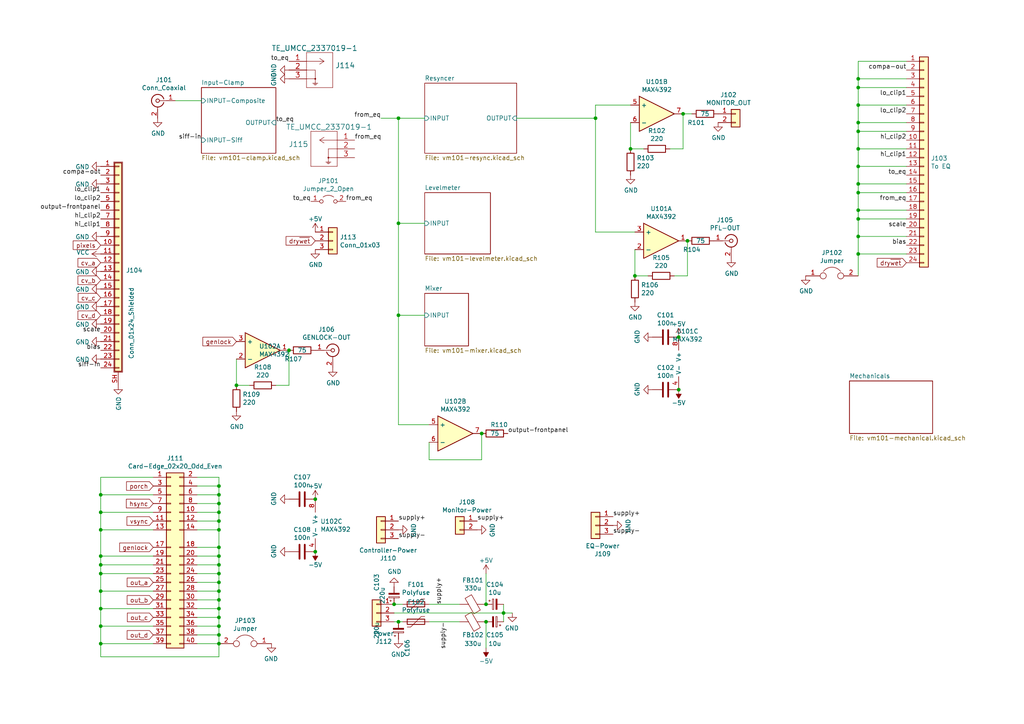
<source format=kicad_sch>
(kicad_sch (version 20231120) (generator "eeschema") (generator_version "8.0")
  (paper "A4")
  (title_block (title "vMIX20-Analog-Signal-Section") (date "2020-11-23") (company "[ a n y m a ]"))
  (lib_symbols
    (symbol "Connector:Conn_01x01_Female" (pin_names (offset 1.016) hide)
      (property "Reference" "J" (at 0 2.54 0))
      (property "Value" "Conn_01x01_Female" (at 0 -2.54 0))
      (symbol "Conn_01x01_Female_1_1"
        (pin passive line (at -5.08 0 0) (length 3.81) (name "Pin_1") (number "1"))
      )
    )
    (symbol "Connector:Conn_Coaxial" (pin_names (offset 1.016) hide)
      (property "Reference" "J" (at 0.254 3.048 0))
      (property "Value" "Conn_Coaxial" (at 2.921 0 90))
      (symbol "Conn_Coaxial_1_1"
        (pin passive line (at -5.08 0 0) (length 2.54) (name "In") (number "1"))
        (pin passive line (at 0 -5.08 90) (length 2.54) (name "Ext") (number "2"))
      )
    )
    (symbol "Connector_Generic:Conn_01x02" (pin_names (offset 1.016) hide)
      (property "Reference" "J" (at 0 2.54 0))
      (property "Value" "Conn_01x02" (at 0 -5.08 0))
      (symbol "Conn_01x02_1_1"
        (pin passive line (at -5.08 0 0) (length 3.81) (name "Pin_1") (number "1"))
        (pin passive line (at -5.08 -2.54 0) (length 3.81) (name "Pin_2") (number "2"))
      )
    )
    (symbol "Connector_Generic:Conn_01x03" (pin_names (offset 1.016) hide)
      (property "Reference" "J" (at 0 5.08 0))
      (property "Value" "Conn_01x03" (at 0 -5.08 0))
      (symbol "Conn_01x03_1_1"
        (pin passive line (at -5.08 2.54 0) (length 3.81) (name "Pin_1") (number "1"))
        (pin passive line (at -5.08 0 0) (length 3.81) (name "Pin_2") (number "2"))
        (pin passive line (at -5.08 -2.54 0) (length 3.81) (name "Pin_3") (number "3"))
      )
    )
    (symbol "Connector_Generic:Conn_01x24" (pin_names (offset 1.016) hide)
      (property "Reference" "J" (at 0 30.48 0))
      (property "Value" "Conn_01x24" (at 0 -33.02 0))
      (symbol "Conn_01x24_1_1"
        (pin passive line (at -5.08 27.94 0) (length 3.81) (name "Pin_1") (number "1"))
        (pin passive line (at -5.08 5.08 0) (length 3.81) (name "Pin_10") (number "10"))
        (pin passive line (at -5.08 2.54 0) (length 3.81) (name "Pin_11") (number "11"))
        (pin passive line (at -5.08 0 0) (length 3.81) (name "Pin_12") (number "12"))
        (pin passive line (at -5.08 -2.54 0) (length 3.81) (name "Pin_13") (number "13"))
        (pin passive line (at -5.08 -5.08 0) (length 3.81) (name "Pin_14") (number "14"))
        (pin passive line (at -5.08 -7.62 0) (length 3.81) (name "Pin_15") (number "15"))
        (pin passive line (at -5.08 -10.16 0) (length 3.81) (name "Pin_16") (number "16"))
        (pin passive line (at -5.08 -12.7 0) (length 3.81) (name "Pin_17") (number "17"))
        (pin passive line (at -5.08 -15.24 0) (length 3.81) (name "Pin_18") (number "18"))
        (pin passive line (at -5.08 -17.78 0) (length 3.81) (name "Pin_19") (number "19"))
        (pin passive line (at -5.08 25.4 0) (length 3.81) (name "Pin_2") (number "2"))
        (pin passive line (at -5.08 -20.32 0) (length 3.81) (name "Pin_20") (number "20"))
        (pin passive line (at -5.08 -22.86 0) (length 3.81) (name "Pin_21") (number "21"))
        (pin passive line (at -5.08 -25.4 0) (length 3.81) (name "Pin_22") (number "22"))
        (pin passive line (at -5.08 -27.94 0) (length 3.81) (name "Pin_23") (number "23"))
        (pin passive line (at -5.08 -30.48 0) (length 3.81) (name "Pin_24") (number "24"))
        (pin passive line (at -5.08 22.86 0) (length 3.81) (name "Pin_3") (number "3"))
        (pin passive line (at -5.08 20.32 0) (length 3.81) (name "Pin_4") (number "4"))
        (pin passive line (at -5.08 17.78 0) (length 3.81) (name "Pin_5") (number "5"))
        (pin passive line (at -5.08 15.24 0) (length 3.81) (name "Pin_6") (number "6"))
        (pin passive line (at -5.08 12.7 0) (length 3.81) (name "Pin_7") (number "7"))
        (pin passive line (at -5.08 10.16 0) (length 3.81) (name "Pin_8") (number "8"))
        (pin passive line (at -5.08 7.62 0) (length 3.81) (name "Pin_9") (number "9"))
      )
    )
    (symbol "Connector_Generic_Shielded:Conn_01x24_Shielded" (pin_names (offset 1.016) hide)
      (property "Reference" "J" (at 0.254 30.226 0))
      (property "Value" "Conn_01x24_Shielded" (at 1.016 -32.766 0))
      (symbol "Conn_01x24_Shielded_1_1"
        (pin passive line (at -5.08 27.94 0) (length 4.064) (name "Pin_1") (number "1"))
        (pin passive line (at -5.08 5.08 0) (length 4.064) (name "Pin_10") (number "10"))
        (pin passive line (at -5.08 2.54 0) (length 4.064) (name "Pin_11") (number "11"))
        (pin passive line (at -5.08 0 0) (length 4.064) (name "Pin_12") (number "12"))
        (pin passive line (at -5.08 -2.54 0) (length 4.064) (name "Pin_13") (number "13"))
        (pin passive line (at -5.08 -5.08 0) (length 4.064) (name "Pin_14") (number "14"))
        (pin passive line (at -5.08 -7.62 0) (length 4.064) (name "Pin_15") (number "15"))
        (pin passive line (at -5.08 -10.16 0) (length 4.064) (name "Pin_16") (number "16"))
        (pin passive line (at -5.08 -12.7 0) (length 4.064) (name "Pin_17") (number "17"))
        (pin passive line (at -5.08 -15.24 0) (length 4.064) (name "Pin_18") (number "18"))
        (pin passive line (at -5.08 -17.78 0) (length 4.064) (name "Pin_19") (number "19"))
        (pin passive line (at -5.08 25.4 0) (length 4.064) (name "Pin_2") (number "2"))
        (pin passive line (at -5.08 -20.32 0) (length 4.064) (name "Pin_20") (number "20"))
        (pin passive line (at -5.08 -22.86 0) (length 4.064) (name "Pin_21") (number "21"))
        (pin passive line (at -5.08 -25.4 0) (length 4.064) (name "Pin_22") (number "22"))
        (pin passive line (at -5.08 -27.94 0) (length 4.064) (name "Pin_23") (number "23"))
        (pin passive line (at -5.08 -30.48 0) (length 4.064) (name "Pin_24") (number "24"))
        (pin passive line (at -5.08 22.86 0) (length 4.064) (name "Pin_3") (number "3"))
        (pin passive line (at -5.08 20.32 0) (length 4.064) (name "Pin_4") (number "4"))
        (pin passive line (at -5.08 17.78 0) (length 4.064) (name "Pin_5") (number "5"))
        (pin passive line (at -5.08 15.24 0) (length 4.064) (name "Pin_6") (number "6"))
        (pin passive line (at -5.08 12.7 0) (length 4.064) (name "Pin_7") (number "7"))
        (pin passive line (at -5.08 10.16 0) (length 4.064) (name "Pin_8") (number "8"))
        (pin passive line (at -5.08 7.62 0) (length 4.064) (name "Pin_9") (number "9"))
        (pin passive line (at 0 -35.56 90) (length 3.81) (name "Shield") (number "SH"))
      )
    )
    (symbol "Device:C" (pin_numbers hide) (pin_names (offset 0.254))
      (property "Reference" "C" (at 0.635 2.54 0))
      (property "Value" "C" (at 0.635 -2.54 0))
      (symbol "C_1_1"
        (pin passive line (at 0 3.81 270) (length 2.794) (name "~") (number "1"))
        (pin passive line (at 0 -3.81 90) (length 2.794) (name "~") (number "2"))
      )
    )
    (symbol "Device:Jumper" (pin_names (offset 0.762) hide)
      (property "Reference" "JP" (at 0 3.81 0))
      (property "Value" "Device_Jumper" (at 0 -2.032 0))
      (symbol "Jumper_0_1"
        (pin passive line (at -7.62 0 0) (length 4.191) (name "1") (number "1"))
        (pin passive line (at 7.62 0 180) (length 4.191) (name "2") (number "2"))
      )
    )
    (symbol "Device:Polyfuse" (pin_numbers hide) (pin_names (offset 0))
      (property "Reference" "F" (at -2.54 0 90))
      (property "Value" "Polyfuse" (at 2.54 0 90))
      (symbol "Polyfuse_1_1"
        (pin passive line (at 0 3.81 270) (length 1.27) (name "~") (number "1"))
        (pin passive line (at 0 -3.81 90) (length 1.27) (name "~") (number "2"))
      )
    )
    (symbol "Jumper:Jumper_2_Open" (pin_names (offset 0) hide)
      (property "Reference" "JP" (at 0 2.794 0))
      (property "Value" "Jumper_2_Open" (at 0 -2.286 0))
      (symbol "Jumper_2_Open_1_1"
        (pin passive line (at -5.08 0 0) (length 2.54) (name "A") (number "1"))
        (pin passive line (at 5.08 0 180) (length 2.54) (name "B") (number "2"))
      )
    )
    (symbol "power:GND" (power) (pin_names (offset 0))
      (property "Value" "GND" (at 0 -3.81 0))
      (symbol "GND_1_1"
        (pin power_in line (at 0 0 270) (length 0) hide (name "GND") (number "1"))
      )
    )
    (symbol "power:VCC" (power) (pin_names (offset 0))
      (property "Value" "VCC" (at 0 3.81 0))
      (symbol "VCC_1_1"
        (pin power_in line (at 0 0 90) (length 0) hide (name "VCC") (number "1"))
      )
    )
    (symbol "synkie_symbols:+5V" (power) (pin_names (offset 0))
      (property "Value" "+5V" (at 0 3.556 0))
      (symbol "+5V_1_1"
        (pin power_in line (at 0 0 90) (length 0) hide (name "+5V") (number "1"))
      )
    )
    (symbol "synkie_symbols:-5V" (power) (pin_names (offset 0))
      (property "Value" "-5V" (at 0 3.81 0))
      (symbol "-5V_0_0"
        (pin power_in line (at 0 0 90) (length 0) hide (name "-5V") (number "1"))
      )
    )
    (symbol "synkie_symbols:CP_Small" (pin_numbers hide) (pin_names (offset 0.254) hide)
      (property "Reference" "C" (at 0.254 1.778 0))
      (property "Value" "CP_Small" (at 0.254 -2.032 0))
      (symbol "CP_Small_1_1"
        (pin passive line (at 0 2.54 270) (length 1.8542) (name "~") (number "1"))
        (pin passive line (at 0 -2.54 90) (length 1.8542) (name "~") (number "2"))
      )
    )
    (symbol "synkie_symbols:Card-Edge_02x20_Odd_Even" (pin_names (offset 1.016) hide)
      (property "Reference" "J" (at 1.27 25.4 0))
      (property "Value" "Card-Edge_02x20_Odd_Even" (at 1.27 -27.94 0))
      (symbol "Card-Edge_02x20_Odd_Even_1_1"
        (pin passive line (at -5.08 22.86 0) (length 3.81) (name "Pin_1") (number "1"))
        (pin passive line (at 7.62 12.7 180) (length 3.81) (name "Pin_10") (number "10"))
        (pin passive line (at -5.08 10.16 0) (length 3.81) (name "Pin_11") (number "11"))
        (pin passive line (at 7.62 10.16 180) (length 3.81) (name "Pin_12") (number "12"))
        (pin passive line (at -5.08 7.62 0) (length 3.81) (name "Pin_13") (number "13"))
        (pin passive line (at 7.62 7.62 180) (length 3.81) (name "Pin_14") (number "14"))
        (pin passive line (at -5.08 2.54 0) (length 3.81) (name "Pin_17") (number "17"))
        (pin passive line (at 7.62 2.54 180) (length 3.81) (name "Pin_18") (number "18"))
        (pin passive line (at -5.08 0 0) (length 3.81) (name "Pin_19") (number "19"))
        (pin passive line (at 7.62 22.86 180) (length 3.81) (name "Pin_2") (number "2"))
        (pin passive line (at 7.62 0 180) (length 3.81) (name "Pin_20") (number "20"))
        (pin passive line (at -5.08 -2.54 0) (length 3.81) (name "Pin_21") (number "21"))
        (pin passive line (at 7.62 -2.54 180) (length 3.81) (name "Pin_22") (number "22"))
        (pin passive line (at -5.08 -5.08 0) (length 3.81) (name "Pin_23") (number "23"))
        (pin passive line (at 7.62 -5.08 180) (length 3.81) (name "Pin_24") (number "24"))
        (pin passive line (at -5.08 -7.62 0) (length 3.81) (name "Pin_25") (number "25"))
        (pin passive line (at 7.62 -7.62 180) (length 3.81) (name "Pin_26") (number "26"))
        (pin passive line (at -5.08 -10.16 0) (length 3.81) (name "Pin_27") (number "27"))
        (pin passive line (at 7.62 -10.16 180) (length 3.81) (name "Pin_28") (number "28"))
        (pin passive line (at -5.08 -12.7 0) (length 3.81) (name "Pin_29") (number "29"))
        (pin passive line (at -5.08 20.32 0) (length 3.81) (name "Pin_3") (number "3"))
        (pin passive line (at 7.62 -12.7 180) (length 3.81) (name "Pin_30") (number "30"))
        (pin passive line (at -5.08 -15.24 0) (length 3.81) (name "Pin_31") (number "31"))
        (pin passive line (at 7.62 -15.24 180) (length 3.81) (name "Pin_32") (number "32"))
        (pin passive line (at -5.08 -17.78 0) (length 3.81) (name "Pin_33") (number "33"))
        (pin passive line (at 7.62 -17.78 180) (length 3.81) (name "Pin_34") (number "34"))
        (pin passive line (at -5.08 -20.32 0) (length 3.81) (name "Pin_35") (number "35"))
        (pin passive line (at 7.62 -20.32 180) (length 3.81) (name "Pin_36") (number "36"))
        (pin passive line (at -5.08 -22.86 0) (length 3.81) (name "Pin_37") (number "37"))
        (pin passive line (at 7.62 -22.86 180) (length 3.81) (name "Pin_38") (number "38"))
        (pin passive line (at -5.08 -25.4 0) (length 3.81) (name "Pin_39") (number "39"))
        (pin passive line (at 7.62 20.32 180) (length 3.81) (name "Pin_4") (number "4"))
        (pin passive line (at 7.62 -25.4 180) (length 3.81) (name "Pin_40") (number "40"))
        (pin passive line (at -5.08 17.78 0) (length 3.81) (name "Pin_5") (number "5"))
        (pin passive line (at 7.62 17.78 180) (length 3.81) (name "Pin_6") (number "6"))
        (pin passive line (at -5.08 15.24 0) (length 3.81) (name "Pin_7") (number "7"))
        (pin passive line (at 7.62 15.24 180) (length 3.81) (name "Pin_8") (number "8"))
        (pin passive line (at -5.08 12.7 0) (length 3.81) (name "Pin_9") (number "9"))
      )
    )
    (symbol "synkie_symbols:Conn_01x03" (pin_names (offset 1.016) hide)
      (property "Reference" "J" (at 0 5.08 0))
      (property "Value" "Conn_01x03" (at 0 -5.08 0))
      (symbol "Conn_01x03_1_1"
        (pin passive line (at -5.08 2.54 0) (length 3.81) (name "Pin_1") (number "1"))
        (pin passive line (at -5.08 0 0) (length 3.81) (name "Pin_2") (number "2"))
        (pin passive line (at -5.08 -2.54 0) (length 3.81) (name "Pin_3") (number "3"))
      )
    )
    (symbol "synkie_symbols:Ferrite_Bead" (pin_numbers hide) (pin_names (offset 0))
      (property "Reference" "FB" (at -3.81 0.635 90))
      (property "Value" "Ferrite_Bead" (at 3.81 0 90))
      (symbol "Ferrite_Bead_1_1"
        (pin passive line (at 0 3.81 270) (length 2.54) (name "~") (number "1"))
        (pin passive line (at 0 -3.81 90) (length 2.54) (name "~") (number "2"))
      )
    )
    (symbol "synkie_symbols:GND" (power) (pin_names (offset 0))
      (property "Value" "GND" (at 0 -3.81 0))
      (symbol "GND_1_1"
        (pin power_in line (at 0 0 270) (length 0) hide (name "GND") (number "1"))
      )
    )
    (symbol "synkie_symbols:MAX4392"
      (property "Reference" "U" (at 0 5.08 0))
      (property "Value" "MAX4392" (at 0 -5.08 0))
      (symbol "MAX4392_1_1"
        (pin output line (at 7.62 0 180) (length 2.54) (name "~") (number "1"))
        (pin input line (at -7.62 -2.54 0) (length 2.54) (name "-") (number "2"))
        (pin input line (at -7.62 2.54 0) (length 2.54) (name "+") (number "3"))
      )
      (symbol "MAX4392_2_1"
        (pin input line (at -7.62 2.54 0) (length 2.54) (name "+") (number "5"))
        (pin input line (at -7.62 -2.54 0) (length 2.54) (name "-") (number "6"))
        (pin output line (at 7.62 0 180) (length 2.54) (name "~") (number "7"))
      )
      (symbol "MAX4392_3_1"
        (pin power_in line (at -2.54 -7.62 90) (length 3.81) (name "V-") (number "4"))
        (pin power_in line (at -2.54 7.62 270) (length 3.81) (name "V+") (number "8"))
      )
    )
    (symbol "synkie_symbols:R" (pin_numbers hide) (pin_names (offset 0))
      (property "Reference" "R" (at 2.032 0 90))
      (property "Value" "R" (at 0 0 90))
      (symbol "R_1_1"
        (pin passive line (at 0 3.81 270) (length 1.27) (name "~") (number "1"))
        (pin passive line (at 0 -3.81 90) (length 1.27) (name "~") (number "2"))
      )
    )
    (symbol "vm101-inout-rescue:TE_UMCC_2337019-1-synkie_symbols" (pin_names (offset 0.254) hide)
      (property "Reference" "J" (at 8.89 6.35 0))
      (property "Value" "TE_UMCC_2337019-1-synkie_symbols" (at 10.16 -2.54 0))
      (symbol "TE_UMCC_2337019-1-synkie_symbols_1_1"
        (pin unspecified line (at 0 0 0) (length 5.08) (name "1") (number "1"))
        (pin unspecified line (at 0 -2.54 0) (length 5.08) (name "2") (number "2"))
        (pin unspecified line (at 0 -5.08 0) (length 5.08) (name "3") (number "3"))
      )
    )
  )
  (junction (at 63.5 153.67))
  (junction (at 63.5 173.99))
  (junction (at 248.92 22.86))
  (junction (at 63.5 163.83))
  (junction (at 68.58 111.76))
  (junction (at 29.21 186.69))
  (junction (at 63.5 179.07))
  (junction (at 63.5 186.69))
  (junction (at 29.21 171.45))
  (junction (at 114.3 175.26))
  (junction (at 63.5 146.05))
  (junction (at 115.57 64.77))
  (junction (at 199.39 69.85))
  (junction (at 29.21 176.53))
  (junction (at 29.21 163.83))
  (junction (at 248.92 60.96))
  (junction (at 182.88 43.18))
  (junction (at 63.5 148.59))
  (junction (at 63.5 140.97))
  (junction (at 63.5 181.61))
  (junction (at 140.97 180.34))
  (junction (at 91.44 160.02))
  (junction (at 140.97 175.26))
  (junction (at 29.21 166.37))
  (junction (at 63.5 151.13))
  (junction (at 63.5 171.45))
  (junction (at 248.92 43.18))
  (junction (at 196.85 97.79))
  (junction (at 248.92 48.26))
  (junction (at 248.92 63.5))
  (junction (at 248.92 53.34))
  (junction (at 29.21 143.51))
  (junction (at 83.82 101.6))
  (junction (at 139.7 125.73))
  (junction (at 115.57 91.44))
  (junction (at 248.92 30.48))
  (junction (at 172.72 34.29))
  (junction (at 198.12 33.02))
  (junction (at 63.5 158.75))
  (junction (at 29.21 181.61))
  (junction (at 63.5 166.37))
  (junction (at 248.92 35.56))
  (junction (at 63.5 184.15))
  (junction (at 196.85 113.03))
  (junction (at 63.5 143.51))
  (junction (at 29.21 161.29))
  (junction (at 29.21 153.67))
  (junction (at 63.5 176.53))
  (junction (at 184.15 80.01))
  (junction (at 29.21 148.59))
  (junction (at 63.5 168.91))
  (junction (at 248.92 25.4))
  (junction (at 248.92 55.88))
  (junction (at 248.92 38.1))
  (junction (at 115.57 180.34))
  (junction (at 248.92 73.66))
  (junction (at 63.5 161.29))
  (junction (at 146.05 177.8))
  (junction (at 91.44 144.78))
  (junction (at 248.92 68.58))
  (junction (at 115.57 34.29))
  (wire (pts (xy 115.57 180.34) (xy 116.84 180.34)))
  (wire (pts (xy 72.39 111.76) (xy 68.58 111.76)))
  (wire (pts (xy 248.92 48.26) (xy 248.92 53.34)))
  (wire (pts (xy 44.45 143.51) (xy 29.21 143.51)))
  (wire (pts (xy 139.7 133.35) (xy 139.7 125.73)))
  (wire (pts (xy 68.58 104.14) (xy 68.58 111.76)))
  (wire (pts (xy 248.92 30.48) (xy 248.92 35.56)))
  (wire (pts (xy 133.35 175.26) (xy 124.46 175.26)))
  (wire (pts (xy 115.57 34.29) (xy 123.19 34.29)))
  (wire (pts (xy 63.5 163.83) (xy 63.5 166.37)))
  (wire (pts (xy 44.45 171.45) (xy 29.21 171.45)))
  (wire (pts (xy 57.15 168.91) (xy 63.5 168.91)))
  (wire (pts (xy 114.3 177.8) (xy 146.05 177.8)))
  (wire (pts (xy 262.89 55.88) (xy 248.92 55.88)))
  (wire (pts (xy 63.5 190.5) (xy 63.5 186.69)))
  (wire (pts (xy 172.72 30.48) (xy 172.72 34.29)))
  (wire (pts (xy 182.88 35.56) (xy 182.88 43.18)))
  (wire (pts (xy 124.46 133.35) (xy 139.7 133.35)))
  (wire (pts (xy 248.92 68.58) (xy 248.92 73.66)))
  (wire (pts (xy 44.45 148.59) (xy 29.21 148.59)))
  (wire (pts (xy 198.12 43.18) (xy 198.12 33.02)))
  (wire (pts (xy 248.92 38.1) (xy 248.92 43.18)))
  (wire (pts (xy 63.5 166.37) (xy 63.5 168.91)))
  (wire (pts (xy 29.21 138.43) (xy 29.21 143.51)))
  (wire (pts (xy 50.8 29.21) (xy 58.42 29.21)))
  (wire (pts (xy 200.66 33.02) (xy 198.12 33.02)))
  (wire (pts (xy 248.92 25.4) (xy 248.92 30.48)))
  (wire (pts (xy 57.15 138.43) (xy 63.5 138.43)))
  (wire (pts (xy 57.15 143.51) (xy 63.5 143.51)))
  (wire (pts (xy 63.5 171.45) (xy 63.5 173.99)))
  (wire (pts (xy 57.15 184.15) (xy 63.5 184.15)))
  (wire (pts (xy 44.45 161.29) (xy 29.21 161.29)))
  (wire (pts (xy 186.69 43.18) (xy 182.88 43.18)))
  (wire (pts (xy -375.92 -246.38) (xy -337.82 -246.38)))
  (wire (pts (xy 44.45 176.53) (xy 29.21 176.53)))
  (wire (pts (xy 63.5 186.69) (xy 57.15 186.69)))
  (wire (pts (xy 146.05 175.26) (xy 146.05 177.8)))
  (wire (pts (xy 57.15 140.97) (xy 63.5 140.97)))
  (wire (pts (xy 115.57 64.77) (xy 115.57 34.29)))
  (wire (pts (xy 29.21 163.83) (xy 29.21 166.37)))
  (wire (pts (xy 262.89 48.26) (xy 248.92 48.26)))
  (wire (pts (xy 248.92 22.86) (xy 248.92 25.4)))
  (wire (pts (xy 44.45 186.69) (xy 29.21 186.69)))
  (wire (pts (xy 110.49 34.29) (xy 115.57 34.29)))
  (wire (pts (xy 44.45 166.37) (xy 29.21 166.37)))
  (wire (pts (xy 123.19 91.44) (xy 115.57 91.44)))
  (wire (pts (xy 114.3 175.26) (xy 116.84 175.26)))
  (wire (pts (xy 57.15 158.75) (xy 63.5 158.75)))
  (wire (pts (xy 57.15 148.59) (xy 63.5 148.59)))
  (wire (pts (xy 124.46 180.34) (xy 133.35 180.34)))
  (wire (pts (xy 248.92 35.56) (xy 248.92 38.1)))
  (wire (pts (xy 63.5 148.59) (xy 63.5 151.13)))
  (wire (pts (xy 184.15 72.39) (xy 184.15 80.01)))
  (wire (pts (xy 194.31 43.18) (xy 198.12 43.18)))
  (wire (pts (xy 182.88 30.48) (xy 172.72 30.48)))
  (wire (pts (xy 248.92 43.18) (xy 248.92 48.26)))
  (wire (pts (xy 140.97 187.96) (xy 140.97 180.34)))
  (wire (pts (xy 124.46 128.27) (xy 124.46 133.35)))
  (wire (pts (xy 115.57 91.44) (xy 115.57 123.19)))
  (wire (pts (xy 63.5 153.67) (xy 63.5 158.75)))
  (wire (pts (xy 195.58 80.01) (xy 199.39 80.01)))
  (wire (pts (xy 63.5 181.61) (xy 63.5 184.15)))
  (wire (pts (xy 29.21 186.69) (xy 29.21 190.5)))
  (wire (pts (xy 57.15 176.53) (xy 63.5 176.53)))
  (wire (pts (xy 29.21 148.59) (xy 29.21 153.67)))
  (wire (pts (xy 44.45 181.61) (xy 29.21 181.61)))
  (wire (pts (xy 57.15 166.37) (xy 63.5 166.37)))
  (wire (pts (xy 262.89 22.86) (xy 248.92 22.86)))
  (wire (pts (xy 63.5 161.29) (xy 63.5 163.83)))
  (wire (pts (xy 29.21 153.67) (xy 29.21 161.29)))
  (wire (pts (xy 149.86 34.29) (xy 172.72 34.29)))
  (wire (pts (xy 44.45 138.43) (xy 29.21 138.43)))
  (wire (pts (xy 248.92 55.88) (xy 248.92 60.96)))
  (wire (pts (xy 29.21 181.61) (xy 29.21 186.69)))
  (wire (pts (xy 172.72 34.29) (xy 172.72 67.31)))
  (wire (pts (xy 63.5 158.75) (xy 63.5 161.29)))
  (wire (pts (xy 29.21 161.29) (xy 29.21 163.83)))
  (wire (pts (xy 248.92 53.34) (xy 248.92 55.88)))
  (wire (pts (xy 262.89 38.1) (xy 248.92 38.1)))
  (wire (pts (xy 63.5 179.07) (xy 63.5 181.61)))
  (wire (pts (xy 172.72 67.31) (xy 184.15 67.31)))
  (wire (pts (xy 44.45 163.83) (xy 29.21 163.83)))
  (wire (pts (xy 199.39 80.01) (xy 199.39 69.85)))
  (wire (pts (xy 29.21 176.53) (xy 29.21 181.61)))
  (wire (pts (xy 57.15 179.07) (xy 63.5 179.07)))
  (wire (pts (xy 114.3 180.34) (xy 115.57 180.34)))
  (wire (pts (xy 63.5 168.91) (xy 63.5 171.45)))
  (wire (pts (xy 248.92 73.66) (xy 248.92 80.01)))
  (wire (pts (xy 29.21 143.51) (xy 29.21 148.59)))
  (wire (pts (xy 262.89 25.4) (xy 248.92 25.4)))
  (wire (pts (xy 80.01 111.76) (xy 83.82 111.76)))
  (wire (pts (xy 124.46 123.19) (xy 115.57 123.19)))
  (wire (pts (xy 262.89 30.48) (xy 248.92 30.48)))
  (wire (pts (xy 63.5 184.15) (xy 63.5 186.69)))
  (wire (pts (xy 63.5 140.97) (xy 63.5 143.51)))
  (wire (pts (xy 262.89 63.5) (xy 248.92 63.5)))
  (wire (pts (xy 44.45 153.67) (xy 29.21 153.67)))
  (wire (pts (xy 83.82 111.76) (xy 83.82 101.6)))
  (wire (pts (xy 262.89 60.96) (xy 248.92 60.96)))
  (wire (pts (xy 29.21 171.45) (xy 29.21 176.53)))
  (wire (pts (xy 146.05 177.8) (xy 146.05 180.34)))
  (wire (pts (xy 63.5 146.05) (xy 63.5 148.59)))
  (wire (pts (xy 140.97 166.37) (xy 140.97 175.26)))
  (wire (pts (xy 29.21 190.5) (xy 63.5 190.5)))
  (wire (pts (xy 63.5 176.53) (xy 63.5 179.07)))
  (wire (pts (xy 57.15 146.05) (xy 63.5 146.05)))
  (wire (pts (xy 63.5 138.43) (xy 63.5 140.97)))
  (wire (pts (xy 63.5 143.51) (xy 63.5 146.05)))
  (wire (pts (xy 57.15 173.99) (xy 63.5 173.99)))
  (wire (pts (xy 57.15 181.61) (xy 63.5 181.61)))
  (wire (pts (xy 262.89 35.56) (xy 248.92 35.56)))
  (wire (pts (xy 123.19 64.77) (xy 115.57 64.77)))
  (wire (pts (xy 262.89 17.78) (xy 248.92 17.78)))
  (wire (pts (xy 63.5 151.13) (xy 63.5 153.67)))
  (wire (pts (xy 57.15 151.13) (xy 63.5 151.13)))
  (wire (pts (xy 248.92 60.96) (xy 248.92 63.5)))
  (wire (pts (xy 262.89 43.18) (xy 248.92 43.18)))
  (wire (pts (xy 262.89 53.34) (xy 248.92 53.34)))
  (wire (pts (xy 57.15 171.45) (xy 63.5 171.45)))
  (wire (pts (xy 262.89 73.66) (xy 248.92 73.66)))
  (wire (pts (xy -375.92 139.7) (xy -375.92 -246.38)))
  (wire (pts (xy 29.21 166.37) (xy 29.21 171.45)))
  (wire (pts (xy 248.92 63.5) (xy 248.92 68.58)))
  (wire (pts (xy 146.05 177.8) (xy 148.59 177.8)))
  (wire (pts (xy 57.15 161.29) (xy 63.5 161.29)))
  (wire (pts (xy 57.15 153.67) (xy 63.5 153.67)))
  (wire (pts (xy 63.5 173.99) (xy 63.5 176.53)))
  (wire (pts (xy 187.96 80.01) (xy 184.15 80.01)))
  (wire (pts (xy 248.92 17.78) (xy 248.92 22.86)))
  (wire (pts (xy 262.89 68.58) (xy 248.92 68.58)))
  (wire (pts (xy 115.57 64.77) (xy 115.57 91.44)))
  (wire (pts (xy 57.15 163.83) (xy 63.5 163.83)))
  (label "compa-out" (at 29.21 50.8 180))
  (label "hi_clip2" (at 29.21 63.5 180))
  (label "lo_clip1" (at 262.89 27.94 180))
  (label "hi_clip2" (at 262.89 40.64 180))
  (label "from_eq" (at 110.49 34.29 180))
  (label "supply-" (at 177.8 154.94 0))
  (label "from_eq" (at 100.33 58.42 0))
  (label "scale" (at 262.89 66.04 180))
  (label "lo_clip2" (at 29.21 58.42 180))
  (label "compa-out" (at 262.89 20.32 180))
  (label "supply+" (at 138.43 151.13 0))
  (label "lo_clip2" (at 262.89 33.02 180))
  (label "to_eq" (at 90.17 58.42 180))
  (label "output-frontpanel" (at 29.21 60.96 180))
  (label "hi_clip1" (at 29.21 66.04 180))
  (label "to_eq" (at 262.89 50.8 180))
  (label "to_eq" (at 80.01 35.56 0))
  (label "supply+" (at 177.8 149.86 0))
  (label "bias" (at 29.21 101.6 180))
  (label "from_eq" (at 262.89 58.42 180))
  (label "supply-" (at 115.57 156.21 0))
  (label "supply+" (at 115.57 151.13 0))
  (label "from_eq" (at 102.87 40.64 0))
  (label "lo_clip1" (at 29.21 55.88 180))
  (label "scale" (at 29.21 96.52 180))
  (label "supply-" (at 129.54 180.34 270))
  (label "bias" (at 262.89 71.12 180))
  (label "output-frontpanel" (at 147.32 125.73 0))
  (label "supply+" (at 128.27 175.26 90))
  (label "siff-in" (at 58.42 40.64 180))
  (label "siff-in" (at 29.21 106.68 180))
  (label "hi_clip1" (at 262.89 45.72 180))
  (label "to_eq" (at 83.82 17.78 180))
  (global_label "cv_d" (shape input) (at 29.21 91.44 180) (property "Intersheetrefs" "${INTERSHEET_REFS}" (effects (hide yes))))
  (global_label "dry~{wet}" (shape input) (at 91.44 69.85 180) (property "Intersheetrefs" "${INTERSHEET_REFS}" (effects (hide yes))))
  (global_label "cv_b" (shape input) (at 29.21 81.28 180) (property "Intersheetrefs" "${INTERSHEET_REFS}" (effects (hide yes))))
  (global_label "out_a" (shape input) (at 44.45 168.91 180) (property "Intersheetrefs" "${INTERSHEET_REFS}" (effects (hide yes))))
  (global_label "genlock" (shape input) (at 68.58 99.06 180) (property "Intersheetrefs" "${INTERSHEET_REFS}" (effects (hide yes))))
  (global_label "out_c" (shape input) (at 44.45 179.07 180) (property "Intersheetrefs" "${INTERSHEET_REFS}" (effects (hide yes))))
  (global_label "genlock" (shape input) (at 44.45 158.75 180) (property "Intersheetrefs" "${INTERSHEET_REFS}" (effects (hide yes))))
  (global_label "hsync" (shape input) (at 44.45 146.05 180) (property "Intersheetrefs" "${INTERSHEET_REFS}" (effects (hide yes))))
  (global_label "pixels" (shape input) (at 29.21 71.12 180) (property "Intersheetrefs" "${INTERSHEET_REFS}" (effects (hide yes))))
  (global_label "out_b" (shape input) (at 44.45 173.99 180) (property "Intersheetrefs" "${INTERSHEET_REFS}" (effects (hide yes))))
  (global_label "vsync" (shape input) (at 44.45 151.13 180) (property "Intersheetrefs" "${INTERSHEET_REFS}" (effects (hide yes))))
  (global_label "porch" (shape input) (at 44.45 140.97 180) (property "Intersheetrefs" "${INTERSHEET_REFS}" (effects (hide yes))))
  (global_label "cv_c" (shape input) (at 29.21 86.36 180) (property "Intersheetrefs" "${INTERSHEET_REFS}" (effects (hide yes))))
  (global_label "cv_a" (shape input) (at 29.21 76.2 180) (property "Intersheetrefs" "${INTERSHEET_REFS}" (effects (hide yes))))
  (global_label "dry~{wet}" (shape input) (at 262.89 76.2 180) (property "Intersheetrefs" "${INTERSHEET_REFS}" (effects (hide yes))))
  (global_label "out_d" (shape input) (at 44.45 184.15 180) (property "Intersheetrefs" "${INTERSHEET_REFS}" (effects (hide yes))))
  (symbol (lib_id "synkie_symbols:Conn_01x03") (at 109.22 177.8 0) (mirror y) (unit 1)
    (property "Reference" "J112" (at 111.3028 186.055 0))
    (property "Value" "Power" (at 111.3028 183.7436 0))
    (property "Footprint" "synkie_footprints:Molex_KK-254_AE-6410-03A_1x03_P2.54mm_Vertical" (effects (hide yes)))
  )
  (symbol (lib_id "synkie_symbols:CP_Small") (at 143.51 175.26 90) (mirror x) (unit 1)
    (property "Reference" "C104" (at 143.51 169.545 90))
    (property "Value" "10u" (at 143.51 171.8564 90))
    (property "Footprint" "synkie_footprints:CP_EIA-3528-21_Kemet-B_Pad1.50x2.35mm_HandSolder" (effects (hide yes)))
  )
  (symbol (lib_id "synkie_symbols:Ferrite_Bead") (at 137.16 175.26 90) (mirror x) (unit 1)
    (property "Reference" "FB101" (at 137.16 168.3004 90))
    (property "Value" "330u" (at 137.16 170.6118 90))
    (property "Footprint" "synkie_footprints:L_0805_2012Metric_Pad1.15x1.40mm_HandSolder" (effects (hide yes)))
  )
  (symbol (lib_id "synkie_symbols:Ferrite_Bead") (at 137.16 180.34 90) (mirror x) (unit 1)
    (property "Reference" "FB102" (at 137.16 184.15 90))
    (property "Value" "330u" (at 137.16 186.69 90))
    (property "Footprint" "synkie_footprints:L_0805_2012Metric_Pad1.15x1.40mm_HandSolder" (effects (hide yes)))
  )
  (symbol (lib_id "synkie_symbols:CP_Small") (at 143.51 180.34 270) (mirror x) (unit 1)
    (property "Reference" "C105" (at 143.51 184.15 90))
    (property "Value" "10u" (at 143.51 186.69 90))
    (property "Footprint" "synkie_footprints:CP_EIA-3528-21_Kemet-B_Pad1.50x2.35mm_HandSolder" (effects (hide yes)))
  )
  (symbol (lib_id "synkie_symbols:GND") (at 148.59 177.8 0) (mirror y) (unit 1)
    (property "Reference" "#PWR0139" (effects (hide yes)))
    (property "Value" "GND" (at 148.463 182.1942 0))
  )
  (symbol (lib_id "synkie_symbols:-5V") (at 140.97 187.96 0) (mirror x) (unit 1)
    (property "Reference" "#PWR0142" (effects (hide yes)))
    (property "Value" "-5V" (at 140.97 191.77 0))
  )
  (symbol (lib_id "Connector:Conn_01x01_Female") (at 514.35 110.49 0) (unit 1)
    (property "Reference" "J107" (at 515.0612 109.8296 0) (effects (justify left)))
    (property "Value" "gnd" (at 515.0612 112.141 0) (effects (justify left)))
    (property "Footprint" "synkie_footprints:Solderpad_1mm" (effects (hide yes)))
  )
  (symbol (lib_id "synkie_symbols:GND") (at 509.27 110.49 0) (unit 1)
    (property "Reference" "#PWR0130" (effects (hide yes)))
    (property "Value" "GND" (at 509.397 114.8842 0))
  )
  (symbol (lib_id "synkie_symbols:MAX4392") (at 199.39 105.41 0) (unit 3)
    (property "Reference" "U101" (at 199.39 96.0882 0))
    (property "Value" "MAX4392" (at 199.39 98.3996 0))
    (property "Footprint" "synkie_footprints:SOIC-8_3.9x4.9mm_P1.27mm" (effects (hide yes)))
  )
  (symbol (lib_id "synkie_symbols:MAX4392") (at 132.08 125.73 0) (unit 2)
    (property "Reference" "U102" (at 132.08 116.4082 0))
    (property "Value" "MAX4392" (at 132.08 118.7196 0))
    (property "Footprint" "synkie_footprints:SOIC-8_3.9x4.9mm_P1.27mm" (effects (hide yes)))
  )
  (symbol (lib_id "synkie_symbols:MAX4392") (at 76.2 101.6 0) (unit 1)
    (property "Reference" "U102" (at 75.1332 100.4316 0) (effects (justify left)))
    (property "Value" "MAX4392" (at 75.1332 102.743 0) (effects (justify left)))
    (property "Footprint" "synkie_footprints:SOIC-8_3.9x4.9mm_P1.27mm" (effects (hide yes)))
  )
  (symbol (lib_id "synkie_symbols:-5V") (at 196.85 113.03 0) (mirror x) (unit 1)
    (property "Reference" "#PWR0132" (effects (hide yes)))
    (property "Value" "-5V" (at 196.85 116.84 0))
  )
  (symbol (lib_id "synkie_symbols:+5V") (at 196.85 97.79 0) (mirror y) (unit 1)
    (property "Reference" "#PWR0127" (effects (hide yes)))
    (property "Value" "+5V" (at 196.85 93.98 0))
  )
  (symbol (lib_id "Device:C") (at 193.04 97.79 90) (unit 1)
    (property "Reference" "C101" (at 193.04 91.3892 90))
    (property "Value" "100n" (at 193.04 93.7006 90))
    (property "Footprint" "synkie_footprints:C_0603_1608Metric_Pad1.05x0.95mm_HandSolder" (effects (hide yes)))
  )
  (symbol (lib_id "Device:C") (at 193.04 113.03 90) (unit 1)
    (property "Reference" "C102" (at 193.04 106.6292 90))
    (property "Value" "100n" (at 193.04 108.9406 90))
    (property "Footprint" "synkie_footprints:C_0603_1608Metric_Pad1.05x0.95mm_HandSolder" (effects (hide yes)))
  )
  (symbol (lib_id "power:GND") (at 29.21 48.26 270) (unit 1)
    (property "Reference" "#PWR0101" (effects (hide yes)))
    (property "Value" "GND" (at 25.9588 48.387 90) (effects (justify right)))
  )
  (symbol (lib_id "power:GND") (at 29.21 53.34 270) (unit 1)
    (property "Reference" "#PWR0102" (effects (hide yes)))
    (property "Value" "GND" (at 25.9588 53.467 90) (effects (justify right)))
  )
  (symbol (lib_id "synkie_symbols:GND") (at 189.23 97.79 270) (mirror x) (unit 1)
    (property "Reference" "#PWR0126" (effects (hide yes)))
    (property "Value" "GND" (at 184.8358 97.663 0))
  )
  (symbol (lib_id "synkie_symbols:GND") (at 189.23 113.03 270) (mirror x) (unit 1)
    (property "Reference" "#PWR0131" (effects (hide yes)))
    (property "Value" "GND" (at 184.8358 112.903 0))
  )
  (symbol (lib_id "power:GND") (at 29.21 99.06 270) (unit 1)
    (property "Reference" "#PWR0121" (effects (hide yes)))
    (property "Value" "GND" (at 25.9588 99.187 90) (effects (justify right)))
  )
  (symbol (lib_id "Connector_Generic:Conn_01x24") (at 267.97 45.72 0) (unit 1)
    (property "Reference" "J103" (at 270.002 45.9232 0) (effects (justify left)))
    (property "Value" "To EQ" (at 270.002 48.2346 0) (effects (justify left)))
    (property "Footprint" "Connector_FFC-FPC:Hirose_FH12-24S-0.5SH_1x24-1MP_P0.50mm_Horizontal" (effects (hide yes)))
  )
  (symbol (lib_id "synkie_symbols:Card-Edge_02x20_Odd_Even") (at 49.53 161.29 0) (unit 1)
    (property "Reference" "J111" (at 50.8 132.9182 0))
    (property "Value" "Card-Edge_02x20_Odd_Even" (at 50.8 135.2296 0))
    (property "Footprint" "Connector_PCBEdge:Samtec_MECF-20-0_-L-DV_2x20_P1.27mm_Polarized_Edge" (effects (hide yes)))
  )
  (symbol (lib_id "power:GND") (at 29.21 68.58 270) (unit 1)
    (property "Reference" "#PWR0108" (effects (hide yes)))
    (property "Value" "GND" (at 25.9588 68.707 90) (effects (justify right)))
  )
  (symbol (lib_id "power:VCC") (at 29.21 73.66 90) (unit 1)
    (property "Reference" "#PWR0110" (effects (hide yes)))
    (property "Value" "VCC" (at 25.9842 73.2028 90) (effects (justify left)))
  )
  (symbol (lib_id "power:GND") (at 29.21 78.74 270) (unit 1)
    (property "Reference" "#PWR0114" (effects (hide yes)))
    (property "Value" "GND" (at 25.9588 78.867 90) (effects (justify right)))
  )
  (symbol (lib_id "power:GND") (at 29.21 83.82 270) (unit 1)
    (property "Reference" "#PWR0115" (effects (hide yes)))
    (property "Value" "GND" (at 25.9588 83.947 90) (effects (justify right)))
  )
  (symbol (lib_id "power:GND") (at 29.21 88.9 270) (unit 1)
    (property "Reference" "#PWR0116" (effects (hide yes)))
    (property "Value" "GND" (at 25.9588 89.027 90) (effects (justify right)))
  )
  (symbol (lib_id "power:GND") (at 29.21 104.14 270) (unit 1)
    (property "Reference" "#PWR0123" (effects (hide yes)))
    (property "Value" "GND" (at 25.9588 104.267 90) (effects (justify right)))
  )
  (symbol (lib_id "power:GND") (at 29.21 93.98 270) (unit 1)
    (property "Reference" "#PWR0118" (effects (hide yes)))
    (property "Value" "GND" (at 25.9588 94.107 90) (effects (justify right)))
  )
  (symbol (lib_id "power:GND") (at 34.29 111.76 0) (unit 1)
    (property "Reference" "#PWR0128" (effects (hide yes)))
    (property "Value" "GND" (at 34.417 115.0112 90) (effects (justify right)))
  )
  (symbol (lib_id "synkie_symbols:R") (at 190.5 43.18 270) (unit 1)
    (property "Reference" "R102" (at 190.5 37.9222 90))
    (property "Value" "220" (at 190.5 40.2336 90))
    (property "Footprint" "synkie_footprints:R_0805_2012Metric_Pad1.15x1.40mm_HandSolder" (effects (hide yes)))
  )
  (symbol (lib_id "synkie_symbols:R") (at 182.88 46.99 180) (unit 1)
    (property "Reference" "R103" (at 184.658 45.8216 0) (effects (justify right)))
    (property "Value" "220" (at 184.658 48.133 0) (effects (justify right)))
    (property "Footprint" "synkie_footprints:R_0805_2012Metric_Pad1.15x1.40mm_HandSolder" (effects (hide yes)))
  )
  (symbol (lib_id "synkie_symbols:GND") (at 182.88 50.8 0) (unit 1)
    (property "Reference" "#PWR0111" (effects (hide yes)))
    (property "Value" "GND" (at 183.007 55.1942 0))
  )
  (symbol (lib_id "synkie_symbols:MAX4392") (at 191.77 69.85 0) (unit 1)
    (property "Reference" "U101" (at 191.77 60.5282 0))
    (property "Value" "MAX4392" (at 191.77 62.8396 0))
    (property "Footprint" "synkie_footprints:SOIC-8_3.9x4.9mm_P1.27mm" (effects (hide yes)))
  )
  (symbol (lib_id "synkie_symbols:MAX4392") (at 190.5 33.02 0) (unit 2)
    (property "Reference" "U101" (at 190.5 23.6982 0))
    (property "Value" "MAX4392" (at 190.5 26.0096 0))
    (property "Footprint" "synkie_footprints:SOIC-8_3.9x4.9mm_P1.27mm" (effects (hide yes)))
  )
  (symbol (lib_id "Connector:Conn_Coaxial") (at 212.09 69.85 0) (unit 1)
    (property "Reference" "J105" (at 210.2612 63.8048 0))
    (property "Value" "PFL-OUT" (at 210.2612 66.1162 0))
    (property "Footprint" "Connector_Coaxial:BNC_Amphenol_B6252HB-NPP3G-50_Horizontal" (effects (hide yes)))
    (property "Datasheet" " ~" (effects (hide yes)))
  )
  (symbol (lib_id "synkie_symbols:R") (at 203.2 69.85 90) (unit 1)
    (property "Reference" "R104" (at 200.66 72.39 90))
    (property "Value" "75" (at 203.2 69.85 90))
    (property "Footprint" "synkie_footprints:R_0805_2012Metric_Pad1.15x1.40mm_HandSolder" (effects (hide yes)))
  )
  (symbol (lib_id "synkie_symbols:+5V") (at 140.97 166.37 0) (mirror y) (unit 1)
    (property "Reference" "#PWR0137" (effects (hide yes)))
    (property "Value" "+5V" (at 140.97 162.56 0))
  )
  (symbol (lib_id "synkie_symbols:R") (at 191.77 80.01 270) (unit 1)
    (property "Reference" "R105" (at 191.77 74.7522 90))
    (property "Value" "220" (at 191.77 77.0636 90))
    (property "Footprint" "synkie_footprints:R_0805_2012Metric_Pad1.15x1.40mm_HandSolder" (effects (hide yes)))
  )
  (symbol (lib_id "synkie_symbols:R") (at 184.15 83.82 180) (unit 1)
    (property "Reference" "R106" (at 185.928 82.6516 0) (effects (justify right)))
    (property "Value" "220" (at 185.928 84.963 0) (effects (justify right)))
    (property "Footprint" "synkie_footprints:R_0805_2012Metric_Pad1.15x1.40mm_HandSolder" (effects (hide yes)))
  )
  (symbol (lib_id "synkie_symbols:GND") (at 184.15 87.63 0) (unit 1)
    (property "Reference" "#PWR0122" (effects (hide yes)))
    (property "Value" "GND" (at 184.277 92.0242 0))
  )
  (symbol (lib_id "synkie_symbols:GND") (at 212.09 74.93 0) (unit 1)
    (property "Reference" "#PWR0117" (effects (hide yes)))
    (property "Value" "GND" (at 212.217 79.3242 0))
  )
  (symbol (lib_id "Connector:Conn_Coaxial") (at 45.72 29.21 0) (mirror y) (unit 1)
    (property "Reference" "J101" (at 47.5488 23.1648 0))
    (property "Value" "Conn_Coaxial" (at 47.5488 25.4762 0))
    (property "Footprint" "Connector_Coaxial:BNC_Amphenol_B6252HB-NPP3G-50_Horizontal" (effects (hide yes)))
    (property "Datasheet" " ~" (effects (hide yes)))
  )
  (symbol (lib_id "synkie_symbols:MAX4392") (at 93.98 152.4 0) (unit 3)
    (property "Reference" "U102" (at 92.9132 151.2316 0) (effects (justify left)))
    (property "Value" "MAX4392" (at 92.9132 153.543 0) (effects (justify left)))
    (property "Footprint" "synkie_footprints:SOIC-8_3.9x4.9mm_P1.27mm" (effects (hide yes)))
  )
  (symbol (lib_id "synkie_symbols:GND") (at 78.74 186.69 0) (mirror y) (unit 1)
    (property "Reference" "#PWR0141" (effects (hide yes)))
    (property "Value" "GND" (at 78.613 191.0842 0))
  )
  (symbol (lib_id "Device:Jumper") (at 71.12 186.69 0) (mirror y) (unit 1)
    (property "Reference" "JP103" (at 71.12 179.9844 0))
    (property "Value" "Jumper" (at 71.12 182.2958 0))
    (property "Footprint" "Jumper:SolderJumper-2_P1.3mm_Open_TrianglePad1.0x1.5mm" (effects (hide yes)))
  )
  (symbol (lib_id "synkie_symbols:-5V") (at 91.44 160.02 0) (mirror x) (unit 1)
    (property "Reference" "#PWR0148" (effects (hide yes)))
    (property "Value" "-5V" (at 91.44 163.83 0))
  )
  (symbol (lib_id "synkie_symbols:+5V") (at 91.44 144.78 0) (mirror y) (unit 1)
    (property "Reference" "#PWR0149" (effects (hide yes)))
    (property "Value" "+5V" (at 91.44 140.97 0))
  )
  (symbol (lib_id "Device:C") (at 87.63 144.78 90) (unit 1)
    (property "Reference" "C107" (at 87.63 138.3792 90))
    (property "Value" "100n" (at 87.63 140.6906 90))
    (property "Footprint" "synkie_footprints:C_0603_1608Metric_Pad1.05x0.95mm_HandSolder" (effects (hide yes)))
  )
  (symbol (lib_id "Device:C") (at 87.63 160.02 90) (unit 1)
    (property "Reference" "C108" (at 87.63 153.6192 90))
    (property "Value" "100n" (at 87.63 155.9306 90))
    (property "Footprint" "synkie_footprints:C_0603_1608Metric_Pad1.05x0.95mm_HandSolder" (effects (hide yes)))
  )
  (symbol (lib_id "synkie_symbols:GND") (at 83.82 144.78 270) (mirror x) (unit 1)
    (property "Reference" "#PWR0150" (effects (hide yes)))
    (property "Value" "GND" (at 79.4258 144.653 0))
  )
  (symbol (lib_id "synkie_symbols:GND") (at 83.82 160.02 270) (mirror x) (unit 1)
    (property "Reference" "#PWR0151" (effects (hide yes)))
    (property "Value" "GND" (at 79.4258 159.893 0))
  )
  (symbol (lib_id "Connector:Conn_Coaxial") (at 96.52 101.6 0) (unit 1)
    (property "Reference" "J106" (at 94.6912 95.5548 0))
    (property "Value" "GENLOCK-OUT" (at 94.6912 97.8662 0))
    (property "Footprint" "Connector_Coaxial:BNC_Amphenol_B6252HB-NPP3G-50_Horizontal" (effects (hide yes)))
    (property "Datasheet" " ~" (effects (hide yes)))
  )
  (symbol (lib_id "synkie_symbols:R") (at 87.63 101.6 90) (unit 1)
    (property "Reference" "R107" (at 85.09 104.14 90))
    (property "Value" "75" (at 87.63 101.6 90))
    (property "Footprint" "synkie_footprints:R_0805_2012Metric_Pad1.15x1.40mm_HandSolder" (effects (hide yes)))
  )
  (symbol (lib_id "synkie_symbols:R") (at 76.2 111.76 270) (unit 1)
    (property "Reference" "R108" (at 76.2 106.5022 90))
    (property "Value" "220" (at 76.2 108.8136 90))
    (property "Footprint" "synkie_footprints:R_0805_2012Metric_Pad1.15x1.40mm_HandSolder" (effects (hide yes)))
  )
  (symbol (lib_id "synkie_symbols:R") (at 68.58 115.57 180) (unit 1)
    (property "Reference" "R109" (at 70.358 114.4016 0) (effects (justify right)))
    (property "Value" "220" (at 70.358 116.713 0) (effects (justify right)))
    (property "Footprint" "synkie_footprints:R_0805_2012Metric_Pad1.15x1.40mm_HandSolder" (effects (hide yes)))
  )
  (symbol (lib_id "synkie_symbols:GND") (at 68.58 119.38 0) (unit 1)
    (property "Reference" "#PWR0133" (effects (hide yes)))
    (property "Value" "GND" (at 68.707 123.7742 0))
  )
  (symbol (lib_id "synkie_symbols:GND") (at 96.52 106.68 0) (unit 1)
    (property "Reference" "#PWR0129" (effects (hide yes)))
    (property "Value" "GND" (at 96.647 111.0742 0))
  )
  (symbol (lib_id "Jumper:Jumper_2_Open") (at 95.25 58.42 0) (unit 1)
    (property "Reference" "JP101" (at 95.25 52.451 0))
    (property "Value" "Jumper_2_Open" (at 95.25 54.7624 0))
    (property "Footprint" "synkie_footprints:PinHeader_1x02_P2.54mm_Vertical" (effects (hide yes)))
  )
  (symbol (lib_id "synkie_symbols:Conn_01x03") (at 172.72 152.4 0) (mirror y) (unit 1)
    (property "Reference" "J109" (at 174.8028 160.655 0))
    (property "Value" "EQ-Power" (at 174.8028 158.3436 0))
    (property "Footprint" "synkie_footprints:Molex_KK-254_AE-6410-03A_1x03_P2.54mm_Vertical" (effects (hide yes)))
  )
  (symbol (lib_id "synkie_symbols:GND") (at 177.8 152.4 90) (mirror x) (unit 1)
    (property "Reference" "#PWR0134" (effects (hide yes)))
    (property "Value" "GND" (at 182.1942 152.527 0))
  )
  (symbol (lib_id "synkie_symbols:GND") (at 233.68 80.01 0) (unit 1)
    (property "Reference" "#PWR0120" (effects (hide yes)))
    (property "Value" "GND" (at 233.807 84.4042 0))
  )
  (symbol (lib_id "Device:Jumper") (at 241.3 80.01 0) (unit 1)
    (property "Reference" "JP102" (at 241.3 73.3044 0))
    (property "Value" "Jumper" (at 241.3 75.6158 0))
    (property "Footprint" "Jumper:SolderJumper-2_P1.3mm_Bridged_Pad1.0x1.5mm" (effects (hide yes)))
  )
  (symbol (lib_id "synkie_symbols:CP_Small") (at 114.3 172.72 0) (mirror x) (unit 1)
    (property "Reference" "C103" (at 109.22 168.91 90))
    (property "Value" "220u" (at 110.8964 172.72 90))
    (property "Footprint" "Capacitor_SMD:CP_Elec_10x10.5" (effects (hide yes)))
  )
  (symbol (lib_id "synkie_symbols:CP_Small") (at 115.57 182.88 0) (mirror x) (unit 1)
    (property "Reference" "C106" (at 118.11 187.96 90))
    (property "Value" "220u" (at 109.22 182.88 90))
    (property "Footprint" "Capacitor_SMD:CP_Elec_10x10.5" (effects (hide yes)))
  )
  (symbol (lib_id "synkie_symbols:GND") (at 115.57 185.42 0) (mirror y) (unit 1)
    (property "Reference" "#PWR0140" (effects (hide yes)))
    (property "Value" "GND" (at 115.443 189.8142 0))
  )
  (symbol (lib_id "synkie_symbols:GND") (at 114.3 170.18 0) (mirror x) (unit 1)
    (property "Reference" "#PWR0138" (effects (hide yes)))
    (property "Value" "GND" (at 114.427 165.7858 0))
  )
  (symbol (lib_id "Connector_Generic_Shielded:Conn_01x24_Shielded") (at 34.29 76.2 0) (unit 1)
    (property "Reference" "J104" (at 36.5252 78.4098 0) (effects (justify left)))
    (property "Value" "Conn_01x24_Shielded" (at 38.1 104.14 90) (effects (justify left)))
    (property "Footprint" "Connector_FFC-FPC:Hirose_FH12-24S-0.5SH_1x24-1MP_P0.50mm_Horizontal" (effects (hide yes)))
  )
  (symbol (lib_id "synkie_symbols:R") (at 204.47 33.02 90) (unit 1)
    (property "Reference" "R101" (at 201.93 35.56 90))
    (property "Value" "75" (at 204.47 33.02 90))
    (property "Footprint" "synkie_footprints:R_0805_2012Metric_Pad1.15x1.40mm_HandSolder" (effects (hide yes)))
  )
  (symbol (lib_id "Connector_Generic:Conn_01x02") (at 213.36 33.02 0) (unit 1)
    (property "Reference" "J102" (at 211.2772 27.5082 0))
    (property "Value" "MONITOR_OUT" (at 211.2772 29.8196 0))
    (property "Footprint" "synkie_footprints:Molex_KK-254_AE-6410-02A_1x02_P2.54mm_Vertical" (effects (hide yes)))
  )
  (symbol (lib_id "synkie_symbols:GND") (at 208.28 35.56 0) (unit 1)
    (property "Reference" "#PWR0106" (effects (hide yes)))
    (property "Value" "GND" (at 208.407 39.9542 0))
  )
  (symbol (lib_id "synkie_symbols:GND") (at 45.72 34.29 0) (unit 1)
    (property "Reference" "#PWR0105" (effects (hide yes)))
    (property "Value" "GND" (at 45.847 38.6842 0))
  )
  (symbol (lib_id "Connector_Generic:Conn_01x03") (at 96.52 69.85 0) (unit 1)
    (property "Reference" "J113" (at 98.552 68.7832 0) (effects (justify left)))
    (property "Value" "Conn_01x03" (at 98.552 71.0946 0) (effects (justify left)))
    (property "Footprint" "synkie_footprints:PinHeader_1x03_P2.54mm_Vertical" (effects (hide yes)))
  )
  (symbol (lib_id "synkie_symbols:GND") (at 91.44 72.39 0) (unit 1)
    (property "Reference" "#PWR0143" (effects (hide yes)))
    (property "Value" "GND" (at 91.567 76.7842 0))
  )
  (symbol (lib_id "synkie_symbols:+5V") (at 91.44 67.31 0) (mirror y) (unit 1)
    (property "Reference" "#PWR0144" (effects (hide yes)))
    (property "Value" "+5V" (at 91.44 63.5 0))
  )
  (symbol (lib_id "synkie_symbols:Conn_01x03") (at 110.49 153.67 0) (mirror y) (unit 1)
    (property "Reference" "J110" (at 112.5728 161.925 0))
    (property "Value" "Controller-Power" (at 112.5728 159.6136 0))
    (property "Footprint" "synkie_footprints:Molex_KK-254_AE-6410-03A_1x03_P2.54mm_Vertical" (effects (hide yes)))
  )
  (symbol (lib_id "synkie_symbols:GND") (at 115.57 153.67 90) (mirror x) (unit 1)
    (property "Reference" "#PWR0135" (effects (hide yes)))
    (property "Value" "GND" (at 119.9642 153.797 0))
  )
  (symbol (lib_id "Connector_Generic:Conn_01x02") (at 133.35 151.13 0) (mirror y) (unit 1)
    (property "Reference" "J108" (at 135.4328 145.6182 0))
    (property "Value" "Monitor-Power" (at 135.4328 147.9296 0))
    (property "Footprint" "synkie_footprints:Molex_KK-254_AE-6410-02A_1x02_P2.54mm_Vertical" (effects (hide yes)))
  )
  (symbol (lib_id "synkie_symbols:GND") (at 138.43 153.67 90) (mirror x) (unit 1)
    (property "Reference" "#PWR0136" (effects (hide yes)))
    (property "Value" "GND" (at 142.8242 153.797 0))
  )
  (symbol (lib_id "synkie_symbols:R") (at 143.51 125.73 90) (unit 1)
    (property "Reference" "R110" (at 144.78 123.19 90))
    (property "Value" "75" (at 143.51 125.73 90))
    (property "Footprint" "synkie_footprints:R_0805_2012Metric_Pad1.15x1.40mm_HandSolder" (effects (hide yes)))
  )
  (symbol (lib_id "vm101-inout-rescue:TE_UMCC_2337019-1-synkie_symbols") (at 83.82 17.78 0) (unit 1)
    (property "Reference" "J114" (at 97.2312 18.9738 0) (effects (font (size 1.524 1.524)) (justify left)))
    (property "Value" "TE_UMCC_2337019-1" (at 78.74 13.97 0) (effects (font (size 1.524 1.524)) (justify left)))
    (property "Footprint" "synkie_footprints:TE_UMCC_2337019-1" (effects (hide yes)))
  )
  (symbol (lib_id "synkie_symbols:GND") (at 83.82 20.32 270) (unit 1)
    (property "Reference" "#PWR0152" (effects (hide yes)))
    (property "Value" "GND" (at 79.4258 20.447 0))
  )
  (symbol (lib_id "synkie_symbols:GND") (at 83.82 22.86 270) (unit 1)
    (property "Reference" "#PWR0153" (effects (hide yes)))
    (property "Value" "GND" (at 79.4258 22.987 0))
  )
  (symbol (lib_id "vm101-inout-rescue:TE_UMCC_2337019-1-synkie_symbols") (at 102.87 40.64 0) (mirror y) (unit 1)
    (property "Reference" "J115" (at 89.4588 41.8338 0) (effects (font (size 1.524 1.524)) (justify left)))
    (property "Value" "TE_UMCC_2337019-1" (at 107.95 36.83 0) (effects (font (size 1.524 1.524)) (justify left)))
    (property "Footprint" "synkie_footprints:TE_UMCC_2337019-1" (effects (hide yes)))
  )
  (symbol (lib_id "Device:Polyfuse") (at 120.65 180.34 270) (unit 1)
    (property "Reference" "F102" (at 120.65 174.625 90))
    (property "Value" "Polyfuse" (at 120.65 176.9364 90))
    (property "Footprint" "Fuse:Fuse_0805_2012Metric" (effects (hide yes)))
  )
  (symbol (lib_id "Device:Polyfuse") (at 120.65 175.26 270) (unit 1)
    (property "Reference" "F101" (at 120.65 169.545 90))
    (property "Value" "Polyfuse" (at 120.65 171.8564 90))
    (property "Footprint" "Fuse:Fuse_0805_2012Metric" (effects (hide yes)))
  )
  (sheet (at 58.42 25.4) (size 21.59 19.05)
    (property "Sheetname" "Input-Clamp" (at 58.42 24.6884 0) (effects (justify left bottom)))
    (property "Sheetfile" "vm101-clamp.kicad_sch" (at 58.42 45.0346 0) (effects (justify left top)))
    (pin "OUTPUT" input (at 80.01 35.56 0))
    (pin "INPUT-Composite" input (at 58.42 29.21 180))
    (pin "INPUT-Siff" input (at 58.42 40.64 180))
  )
  (sheet (at 123.19 85.09) (size 12.7 15.24)
    (property "Sheetname" "Mixer" (at 123.19 84.3784 0) (effects (justify left bottom)))
    (property "Sheetfile" "vm101-mixer.kicad_sch" (at 123.19 100.9146 0) (effects (justify left top)))
    (pin "INPUT" input (at 123.19 91.44 180))
  )
  (sheet (at 123.19 24.13) (size 26.67 20.32)
    (property "Sheetname" "Resyncer" (at 123.19 23.4184 0) (effects (justify left bottom)))
    (property "Sheetfile" "vm101-resync.kicad_sch" (at 123.19 45.0346 0) (effects (justify left top)))
    (pin "INPUT" input (at 123.19 34.29 180))
    (pin "OUTPUT" input (at 149.86 34.29 0))
  )
  (sheet (at 246.38 110.49) (size 24.13 15.24)
    (property "Sheetname" "Mechanicals" (at 246.38 109.7784 0) (effects (justify left bottom)))
    (property "Sheetfile" "vm101-mechanical.kicad_sch" (at 246.38 126.3146 0) (effects (justify left top)))
  )
  (sheet (at 123.19 55.88) (size 19.05 17.78)
    (property "Sheetname" "Levelmeter" (at 123.19 55.1684 0) (effects (justify left bottom)))
    (property "Sheetfile" "vm101-levelmeter.kicad_sch" (at 123.19 74.2446 0) (effects (justify left top)))
    (pin "INPUT" input (at 123.19 64.77 180))
  )
)
</source>
